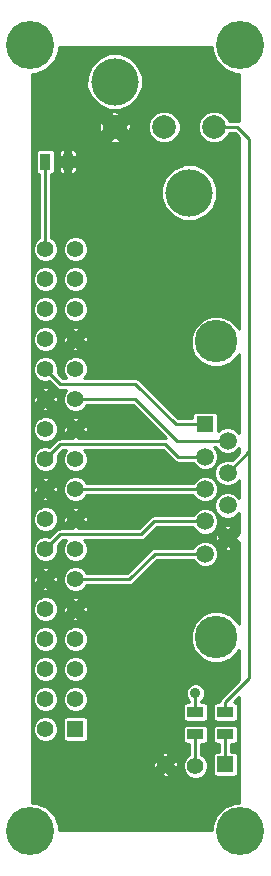
<source format=gtl>
G04 (created by PCBNEW (2013-06-11 BZR 4021)-stable) date Wed 16 Apr 2014 08:44:16 AM CDT*
%MOIN*%
G04 Gerber Fmt 3.4, Leading zero omitted, Abs format*
%FSLAX34Y34*%
G01*
G70*
G90*
G04 APERTURE LIST*
%ADD10C,0.00590551*%
%ADD11R,0.055X0.035*%
%ADD12R,0.035X0.055*%
%ADD13C,0.141732*%
%ADD14C,0.0590551*%
%ADD15R,0.0551181X0.0551181*%
%ADD16R,0.055X0.055*%
%ADD17C,0.055*%
%ADD18C,0.16*%
%ADD19C,0.0787402*%
%ADD20C,0.15748*%
%ADD21C,0.035*%
%ADD22C,0.01*%
G04 APERTURE END LIST*
G54D10*
G54D11*
X34800Y-40725D03*
X34800Y-41475D03*
X33800Y-40725D03*
X33800Y-41475D03*
G54D12*
X28795Y-22380D03*
X29545Y-22380D03*
G54D13*
X34496Y-38221D03*
X34496Y-28378D03*
G54D14*
X34122Y-33300D03*
X34122Y-32221D03*
G54D15*
X34122Y-31142D03*
G54D14*
X34122Y-35457D03*
X34122Y-34378D03*
X34870Y-34918D03*
X34870Y-33839D03*
X34870Y-32760D03*
X34870Y-31681D03*
G54D16*
X34800Y-42476D03*
G54D17*
X33800Y-42524D03*
X32800Y-42476D03*
G54D16*
X29800Y-41300D03*
G54D17*
X28800Y-41300D03*
X29800Y-40300D03*
X28800Y-40300D03*
X29800Y-39300D03*
X28800Y-39300D03*
X29800Y-38300D03*
X28800Y-38300D03*
X29800Y-37300D03*
X28800Y-37300D03*
X29800Y-36300D03*
X28800Y-36300D03*
X29800Y-35300D03*
X28800Y-35300D03*
X29800Y-34300D03*
X28800Y-34300D03*
X29800Y-33300D03*
X28800Y-33300D03*
X29800Y-32300D03*
X28800Y-32300D03*
X29800Y-31300D03*
X28800Y-31300D03*
X29800Y-30300D03*
X28800Y-30300D03*
X29800Y-29300D03*
X28800Y-29300D03*
X29800Y-28300D03*
X28800Y-28300D03*
X29800Y-27300D03*
X28800Y-27300D03*
X29800Y-26300D03*
X28800Y-26300D03*
X29800Y-25300D03*
X28800Y-25300D03*
G54D18*
X28300Y-44700D03*
X28300Y-18500D03*
X35300Y-44700D03*
X35300Y-18500D03*
G54D19*
X34413Y-21230D03*
X32760Y-21230D03*
X31106Y-21230D03*
G54D20*
X31106Y-19714D03*
X33586Y-23415D03*
G54D21*
X33800Y-40100D03*
G54D22*
X35600Y-23800D02*
X35600Y-21630D01*
X35600Y-32031D02*
X35600Y-23800D01*
X35200Y-21230D02*
X34413Y-21230D01*
X35600Y-21630D02*
X35200Y-21230D01*
X34870Y-32760D02*
X35600Y-32031D01*
X35600Y-32031D02*
X35600Y-32100D01*
X34800Y-40725D02*
X34800Y-40400D01*
X35600Y-39600D02*
X35600Y-32100D01*
X35600Y-32100D02*
X35600Y-32031D01*
X34800Y-40400D02*
X35600Y-39600D01*
X33800Y-40725D02*
X33800Y-40100D01*
X28795Y-22380D02*
X28795Y-25295D01*
X28795Y-25295D02*
X28800Y-25300D01*
X28785Y-25285D02*
X28800Y-25300D01*
X28800Y-29300D02*
X29300Y-29800D01*
X33142Y-31142D02*
X34122Y-31142D01*
X31800Y-29800D02*
X33142Y-31142D01*
X29300Y-29800D02*
X31800Y-29800D01*
X28800Y-32300D02*
X29300Y-31800D01*
X33221Y-32221D02*
X34122Y-32221D01*
X32800Y-31800D02*
X33221Y-32221D01*
X29300Y-31800D02*
X32800Y-31800D01*
X34122Y-33300D02*
X29800Y-33300D01*
X28800Y-35300D02*
X29300Y-34800D01*
X32421Y-34378D02*
X34122Y-34378D01*
X32000Y-34800D02*
X32421Y-34378D01*
X29300Y-34800D02*
X32000Y-34800D01*
X29800Y-36300D02*
X31600Y-36300D01*
X32442Y-35457D02*
X34122Y-35457D01*
X31600Y-36300D02*
X32442Y-35457D01*
X34870Y-31681D02*
X33181Y-31681D01*
X31800Y-30300D02*
X29800Y-30300D01*
X33181Y-31681D02*
X31800Y-30300D01*
X33800Y-41475D02*
X33800Y-42524D01*
X34800Y-42476D02*
X34800Y-41475D01*
G54D10*
G36*
X35250Y-43749D02*
X35225Y-43749D01*
X35225Y-42721D01*
X35225Y-42171D01*
X35202Y-42116D01*
X35160Y-42073D01*
X35104Y-42051D01*
X35045Y-42050D01*
X35000Y-42050D01*
X35000Y-41800D01*
X35104Y-41800D01*
X35159Y-41777D01*
X35202Y-41735D01*
X35224Y-41679D01*
X35225Y-41620D01*
X35225Y-41270D01*
X35202Y-41215D01*
X35160Y-41172D01*
X35104Y-41150D01*
X35045Y-41149D01*
X34495Y-41149D01*
X34440Y-41172D01*
X34397Y-41214D01*
X34375Y-41270D01*
X34374Y-41329D01*
X34374Y-41679D01*
X34397Y-41734D01*
X34439Y-41777D01*
X34495Y-41799D01*
X34554Y-41800D01*
X34600Y-41800D01*
X34600Y-42050D01*
X34495Y-42050D01*
X34440Y-42073D01*
X34397Y-42115D01*
X34375Y-42171D01*
X34374Y-42230D01*
X34374Y-42780D01*
X34397Y-42835D01*
X34439Y-42878D01*
X34495Y-42900D01*
X34554Y-42901D01*
X35104Y-42901D01*
X35159Y-42878D01*
X35202Y-42836D01*
X35224Y-42780D01*
X35225Y-42721D01*
X35225Y-43749D01*
X35111Y-43749D01*
X34762Y-43894D01*
X34495Y-44161D01*
X34350Y-44510D01*
X34350Y-44650D01*
X34225Y-44650D01*
X34225Y-42439D01*
X34160Y-42283D01*
X34041Y-42163D01*
X34000Y-42146D01*
X34000Y-41800D01*
X34104Y-41800D01*
X34159Y-41777D01*
X34202Y-41735D01*
X34224Y-41679D01*
X34225Y-41620D01*
X34225Y-41270D01*
X34225Y-40870D01*
X34225Y-40520D01*
X34202Y-40465D01*
X34160Y-40422D01*
X34104Y-40400D01*
X34045Y-40399D01*
X34000Y-40399D01*
X34000Y-40359D01*
X34075Y-40284D01*
X34124Y-40164D01*
X34125Y-40035D01*
X34075Y-39916D01*
X33984Y-39824D01*
X33864Y-39775D01*
X33735Y-39774D01*
X33616Y-39824D01*
X33524Y-39915D01*
X33475Y-40035D01*
X33474Y-40164D01*
X33524Y-40283D01*
X33600Y-40359D01*
X33600Y-40399D01*
X33495Y-40399D01*
X33440Y-40422D01*
X33397Y-40464D01*
X33375Y-40520D01*
X33374Y-40579D01*
X33374Y-40929D01*
X33397Y-40984D01*
X33439Y-41027D01*
X33495Y-41049D01*
X33554Y-41050D01*
X34104Y-41050D01*
X34159Y-41027D01*
X34202Y-40985D01*
X34224Y-40929D01*
X34225Y-40870D01*
X34225Y-41270D01*
X34202Y-41215D01*
X34160Y-41172D01*
X34104Y-41150D01*
X34045Y-41149D01*
X33495Y-41149D01*
X33440Y-41172D01*
X33397Y-41214D01*
X33375Y-41270D01*
X33374Y-41329D01*
X33374Y-41679D01*
X33397Y-41734D01*
X33439Y-41777D01*
X33495Y-41799D01*
X33554Y-41800D01*
X33600Y-41800D01*
X33600Y-42146D01*
X33559Y-42163D01*
X33439Y-42282D01*
X33375Y-42439D01*
X33374Y-42608D01*
X33439Y-42764D01*
X33558Y-42884D01*
X33715Y-42948D01*
X33884Y-42949D01*
X34040Y-42884D01*
X34160Y-42765D01*
X34224Y-42608D01*
X34225Y-42439D01*
X34225Y-44650D01*
X33210Y-44650D01*
X33210Y-42433D01*
X33195Y-42358D01*
X33148Y-42322D01*
X32994Y-42476D01*
X33148Y-42629D01*
X33195Y-42593D01*
X33210Y-42433D01*
X33210Y-44650D01*
X32953Y-44650D01*
X32953Y-42824D01*
X32953Y-42127D01*
X32917Y-42080D01*
X32757Y-42065D01*
X32682Y-42080D01*
X32646Y-42127D01*
X32800Y-42281D01*
X32953Y-42127D01*
X32953Y-42824D01*
X32800Y-42670D01*
X32646Y-42824D01*
X32682Y-42871D01*
X32842Y-42886D01*
X32917Y-42871D01*
X32953Y-42824D01*
X32953Y-44650D01*
X32605Y-44650D01*
X32605Y-42476D01*
X32451Y-42322D01*
X32404Y-42358D01*
X32389Y-42518D01*
X32404Y-42593D01*
X32451Y-42629D01*
X32605Y-42476D01*
X32605Y-44650D01*
X30225Y-44650D01*
X30225Y-40215D01*
X30225Y-39215D01*
X30225Y-38215D01*
X30210Y-38181D01*
X30210Y-37257D01*
X30195Y-37182D01*
X30148Y-37146D01*
X29994Y-37300D01*
X30148Y-37453D01*
X30195Y-37417D01*
X30210Y-37257D01*
X30210Y-38181D01*
X30160Y-38059D01*
X30041Y-37939D01*
X29953Y-37903D01*
X29953Y-37648D01*
X29953Y-36951D01*
X29917Y-36904D01*
X29757Y-36889D01*
X29682Y-36904D01*
X29646Y-36951D01*
X29800Y-37105D01*
X29953Y-36951D01*
X29953Y-37648D01*
X29800Y-37494D01*
X29646Y-37648D01*
X29682Y-37695D01*
X29842Y-37710D01*
X29917Y-37695D01*
X29953Y-37648D01*
X29953Y-37903D01*
X29884Y-37875D01*
X29715Y-37874D01*
X29605Y-37920D01*
X29605Y-37300D01*
X29451Y-37146D01*
X29404Y-37182D01*
X29389Y-37342D01*
X29404Y-37417D01*
X29451Y-37453D01*
X29605Y-37300D01*
X29605Y-37920D01*
X29559Y-37939D01*
X29439Y-38058D01*
X29375Y-38215D01*
X29374Y-38384D01*
X29439Y-38540D01*
X29558Y-38660D01*
X29715Y-38724D01*
X29884Y-38725D01*
X30040Y-38660D01*
X30160Y-38541D01*
X30224Y-38384D01*
X30225Y-38215D01*
X30225Y-39215D01*
X30160Y-39059D01*
X30041Y-38939D01*
X29884Y-38875D01*
X29715Y-38874D01*
X29559Y-38939D01*
X29439Y-39058D01*
X29375Y-39215D01*
X29374Y-39384D01*
X29439Y-39540D01*
X29558Y-39660D01*
X29715Y-39724D01*
X29884Y-39725D01*
X30040Y-39660D01*
X30160Y-39541D01*
X30224Y-39384D01*
X30225Y-39215D01*
X30225Y-40215D01*
X30160Y-40059D01*
X30041Y-39939D01*
X29884Y-39875D01*
X29715Y-39874D01*
X29559Y-39939D01*
X29439Y-40058D01*
X29375Y-40215D01*
X29374Y-40384D01*
X29439Y-40540D01*
X29558Y-40660D01*
X29715Y-40724D01*
X29884Y-40725D01*
X30040Y-40660D01*
X30160Y-40541D01*
X30224Y-40384D01*
X30225Y-40215D01*
X30225Y-44650D01*
X30225Y-44650D01*
X30225Y-41545D01*
X30225Y-40995D01*
X30202Y-40940D01*
X30160Y-40897D01*
X30104Y-40875D01*
X30045Y-40874D01*
X29495Y-40874D01*
X29440Y-40897D01*
X29397Y-40939D01*
X29375Y-40995D01*
X29374Y-41054D01*
X29374Y-41604D01*
X29397Y-41659D01*
X29439Y-41702D01*
X29495Y-41724D01*
X29554Y-41725D01*
X30104Y-41725D01*
X30159Y-41702D01*
X30202Y-41660D01*
X30224Y-41604D01*
X30225Y-41545D01*
X30225Y-44650D01*
X29250Y-44650D01*
X29250Y-44511D01*
X29225Y-44451D01*
X29225Y-41215D01*
X29225Y-40215D01*
X29225Y-39215D01*
X29225Y-38215D01*
X29225Y-37215D01*
X29210Y-37181D01*
X29210Y-36257D01*
X29195Y-36182D01*
X29148Y-36146D01*
X28994Y-36300D01*
X29148Y-36453D01*
X29195Y-36417D01*
X29210Y-36257D01*
X29210Y-37181D01*
X29160Y-37059D01*
X29041Y-36939D01*
X28953Y-36903D01*
X28953Y-36648D01*
X28953Y-35951D01*
X28917Y-35904D01*
X28757Y-35889D01*
X28682Y-35904D01*
X28646Y-35951D01*
X28800Y-36105D01*
X28953Y-35951D01*
X28953Y-36648D01*
X28800Y-36494D01*
X28646Y-36648D01*
X28682Y-36695D01*
X28842Y-36710D01*
X28917Y-36695D01*
X28953Y-36648D01*
X28953Y-36903D01*
X28884Y-36875D01*
X28715Y-36874D01*
X28605Y-36920D01*
X28605Y-36300D01*
X28451Y-36146D01*
X28404Y-36182D01*
X28389Y-36342D01*
X28404Y-36417D01*
X28451Y-36453D01*
X28605Y-36300D01*
X28605Y-36920D01*
X28559Y-36939D01*
X28439Y-37058D01*
X28375Y-37215D01*
X28374Y-37384D01*
X28439Y-37540D01*
X28558Y-37660D01*
X28715Y-37724D01*
X28884Y-37725D01*
X29040Y-37660D01*
X29160Y-37541D01*
X29224Y-37384D01*
X29225Y-37215D01*
X29225Y-38215D01*
X29160Y-38059D01*
X29041Y-37939D01*
X28884Y-37875D01*
X28715Y-37874D01*
X28559Y-37939D01*
X28439Y-38058D01*
X28375Y-38215D01*
X28374Y-38384D01*
X28439Y-38540D01*
X28558Y-38660D01*
X28715Y-38724D01*
X28884Y-38725D01*
X29040Y-38660D01*
X29160Y-38541D01*
X29224Y-38384D01*
X29225Y-38215D01*
X29225Y-39215D01*
X29160Y-39059D01*
X29041Y-38939D01*
X28884Y-38875D01*
X28715Y-38874D01*
X28559Y-38939D01*
X28439Y-39058D01*
X28375Y-39215D01*
X28374Y-39384D01*
X28439Y-39540D01*
X28558Y-39660D01*
X28715Y-39724D01*
X28884Y-39725D01*
X29040Y-39660D01*
X29160Y-39541D01*
X29224Y-39384D01*
X29225Y-39215D01*
X29225Y-40215D01*
X29160Y-40059D01*
X29041Y-39939D01*
X28884Y-39875D01*
X28715Y-39874D01*
X28559Y-39939D01*
X28439Y-40058D01*
X28375Y-40215D01*
X28374Y-40384D01*
X28439Y-40540D01*
X28558Y-40660D01*
X28715Y-40724D01*
X28884Y-40725D01*
X29040Y-40660D01*
X29160Y-40541D01*
X29224Y-40384D01*
X29225Y-40215D01*
X29225Y-41215D01*
X29160Y-41059D01*
X29041Y-40939D01*
X28884Y-40875D01*
X28715Y-40874D01*
X28559Y-40939D01*
X28439Y-41058D01*
X28375Y-41215D01*
X28374Y-41384D01*
X28439Y-41540D01*
X28558Y-41660D01*
X28715Y-41724D01*
X28884Y-41725D01*
X29040Y-41660D01*
X29160Y-41541D01*
X29224Y-41384D01*
X29225Y-41215D01*
X29225Y-44451D01*
X29105Y-44162D01*
X28838Y-43895D01*
X28489Y-43750D01*
X28350Y-43750D01*
X28350Y-19450D01*
X28488Y-19450D01*
X28837Y-19305D01*
X29104Y-19038D01*
X29249Y-18689D01*
X29249Y-18550D01*
X34349Y-18550D01*
X34349Y-18688D01*
X34494Y-19037D01*
X34761Y-19304D01*
X35110Y-19449D01*
X35250Y-19449D01*
X35250Y-21039D01*
X35200Y-21030D01*
X34919Y-21030D01*
X34874Y-20922D01*
X34721Y-20769D01*
X34522Y-20686D01*
X34305Y-20686D01*
X34105Y-20768D01*
X33952Y-20921D01*
X33869Y-21121D01*
X33869Y-21337D01*
X33952Y-21537D01*
X34105Y-21690D01*
X34304Y-21773D01*
X34521Y-21773D01*
X34721Y-21691D01*
X34874Y-21538D01*
X34919Y-21430D01*
X35117Y-21430D01*
X35250Y-21562D01*
X35250Y-27952D01*
X35225Y-27892D01*
X34983Y-27651D01*
X34668Y-27520D01*
X34524Y-27520D01*
X34524Y-23229D01*
X34381Y-22884D01*
X34118Y-22620D01*
X33774Y-22477D01*
X33401Y-22477D01*
X33303Y-22517D01*
X33303Y-21122D01*
X33221Y-20922D01*
X33068Y-20769D01*
X32868Y-20686D01*
X32652Y-20686D01*
X32452Y-20768D01*
X32299Y-20921D01*
X32216Y-21121D01*
X32216Y-21337D01*
X32298Y-21537D01*
X32451Y-21690D01*
X32651Y-21773D01*
X32867Y-21773D01*
X33067Y-21691D01*
X33220Y-21538D01*
X33303Y-21338D01*
X33303Y-21122D01*
X33303Y-22517D01*
X33056Y-22619D01*
X32792Y-22883D01*
X32649Y-23227D01*
X32649Y-23600D01*
X32791Y-23945D01*
X33055Y-24209D01*
X33399Y-24352D01*
X33772Y-24352D01*
X34117Y-24210D01*
X34380Y-23946D01*
X34524Y-23602D01*
X34524Y-23229D01*
X34524Y-27520D01*
X34326Y-27519D01*
X34011Y-27650D01*
X33769Y-27891D01*
X33638Y-28207D01*
X33638Y-28548D01*
X33768Y-28864D01*
X34009Y-29106D01*
X34325Y-29237D01*
X34666Y-29237D01*
X34982Y-29107D01*
X35224Y-28865D01*
X35250Y-28804D01*
X35250Y-31433D01*
X35248Y-31429D01*
X35123Y-31304D01*
X34959Y-31236D01*
X34782Y-31236D01*
X34618Y-31304D01*
X34548Y-31374D01*
X34548Y-30837D01*
X34525Y-30782D01*
X34483Y-30739D01*
X34428Y-30716D01*
X34368Y-30716D01*
X33817Y-30716D01*
X33762Y-30739D01*
X33720Y-30781D01*
X33697Y-30836D01*
X33697Y-30896D01*
X33697Y-30942D01*
X33225Y-30942D01*
X32044Y-29761D01*
X32044Y-19528D01*
X31901Y-19183D01*
X31638Y-18920D01*
X31293Y-18777D01*
X30920Y-18776D01*
X30576Y-18919D01*
X30312Y-19182D01*
X30169Y-19526D01*
X30168Y-19899D01*
X30311Y-20244D01*
X30574Y-20508D01*
X30919Y-20651D01*
X31292Y-20651D01*
X31636Y-20509D01*
X31900Y-20245D01*
X32043Y-19901D01*
X32044Y-19528D01*
X32044Y-29761D01*
X31941Y-29658D01*
X31876Y-29615D01*
X31800Y-29600D01*
X31635Y-29600D01*
X31635Y-21154D01*
X31623Y-21097D01*
X31571Y-21043D01*
X31384Y-21230D01*
X31571Y-21416D01*
X31623Y-21362D01*
X31635Y-21154D01*
X31635Y-29600D01*
X31293Y-29600D01*
X31293Y-21695D01*
X31293Y-20764D01*
X31238Y-20712D01*
X31030Y-20701D01*
X30973Y-20712D01*
X30919Y-20764D01*
X31106Y-20951D01*
X31293Y-20764D01*
X31293Y-21695D01*
X31106Y-21508D01*
X30919Y-21695D01*
X30973Y-21747D01*
X31181Y-21758D01*
X31238Y-21747D01*
X31293Y-21695D01*
X31293Y-29600D01*
X30828Y-29600D01*
X30828Y-21230D01*
X30641Y-21043D01*
X30589Y-21097D01*
X30577Y-21305D01*
X30589Y-21362D01*
X30641Y-21416D01*
X30828Y-21230D01*
X30828Y-29600D01*
X30101Y-29600D01*
X30160Y-29541D01*
X30224Y-29384D01*
X30225Y-29215D01*
X30225Y-27215D01*
X30225Y-26215D01*
X30225Y-25215D01*
X30160Y-25059D01*
X30041Y-24939D01*
X29884Y-24875D01*
X29850Y-24875D01*
X29850Y-22629D01*
X29850Y-22130D01*
X29849Y-22079D01*
X29830Y-22031D01*
X29793Y-21994D01*
X29745Y-21974D01*
X29665Y-21975D01*
X29632Y-22007D01*
X29632Y-22242D01*
X29817Y-22242D01*
X29850Y-22210D01*
X29850Y-22130D01*
X29850Y-22629D01*
X29850Y-22550D01*
X29817Y-22517D01*
X29632Y-22517D01*
X29632Y-22752D01*
X29665Y-22785D01*
X29745Y-22785D01*
X29793Y-22765D01*
X29830Y-22728D01*
X29849Y-22680D01*
X29850Y-22629D01*
X29850Y-24875D01*
X29715Y-24874D01*
X29559Y-24939D01*
X29457Y-25041D01*
X29457Y-22752D01*
X29457Y-22517D01*
X29457Y-22242D01*
X29457Y-22007D01*
X29425Y-21975D01*
X29344Y-21974D01*
X29296Y-21994D01*
X29259Y-22031D01*
X29240Y-22079D01*
X29239Y-22130D01*
X29240Y-22210D01*
X29272Y-22242D01*
X29457Y-22242D01*
X29457Y-22517D01*
X29272Y-22517D01*
X29240Y-22550D01*
X29239Y-22629D01*
X29240Y-22680D01*
X29259Y-22728D01*
X29296Y-22765D01*
X29344Y-22785D01*
X29425Y-22785D01*
X29457Y-22752D01*
X29457Y-25041D01*
X29439Y-25058D01*
X29375Y-25215D01*
X29374Y-25384D01*
X29439Y-25540D01*
X29558Y-25660D01*
X29715Y-25724D01*
X29884Y-25725D01*
X30040Y-25660D01*
X30160Y-25541D01*
X30224Y-25384D01*
X30225Y-25215D01*
X30225Y-26215D01*
X30160Y-26059D01*
X30041Y-25939D01*
X29884Y-25875D01*
X29715Y-25874D01*
X29559Y-25939D01*
X29439Y-26058D01*
X29375Y-26215D01*
X29374Y-26384D01*
X29439Y-26540D01*
X29558Y-26660D01*
X29715Y-26724D01*
X29884Y-26725D01*
X30040Y-26660D01*
X30160Y-26541D01*
X30224Y-26384D01*
X30225Y-26215D01*
X30225Y-27215D01*
X30160Y-27059D01*
X30041Y-26939D01*
X29884Y-26875D01*
X29715Y-26874D01*
X29559Y-26939D01*
X29439Y-27058D01*
X29375Y-27215D01*
X29374Y-27384D01*
X29439Y-27540D01*
X29558Y-27660D01*
X29715Y-27724D01*
X29884Y-27725D01*
X30040Y-27660D01*
X30160Y-27541D01*
X30224Y-27384D01*
X30225Y-27215D01*
X30225Y-29215D01*
X30210Y-29181D01*
X30210Y-28257D01*
X30195Y-28182D01*
X30148Y-28146D01*
X29994Y-28300D01*
X30148Y-28453D01*
X30195Y-28417D01*
X30210Y-28257D01*
X30210Y-29181D01*
X30160Y-29059D01*
X30041Y-28939D01*
X29953Y-28903D01*
X29953Y-28648D01*
X29953Y-27951D01*
X29917Y-27904D01*
X29757Y-27889D01*
X29682Y-27904D01*
X29646Y-27951D01*
X29800Y-28105D01*
X29953Y-27951D01*
X29953Y-28648D01*
X29800Y-28494D01*
X29646Y-28648D01*
X29682Y-28695D01*
X29842Y-28710D01*
X29917Y-28695D01*
X29953Y-28648D01*
X29953Y-28903D01*
X29884Y-28875D01*
X29715Y-28874D01*
X29605Y-28920D01*
X29605Y-28300D01*
X29451Y-28146D01*
X29404Y-28182D01*
X29389Y-28342D01*
X29404Y-28417D01*
X29451Y-28453D01*
X29605Y-28300D01*
X29605Y-28920D01*
X29559Y-28939D01*
X29439Y-29058D01*
X29375Y-29215D01*
X29374Y-29384D01*
X29439Y-29540D01*
X29498Y-29600D01*
X29382Y-29600D01*
X29208Y-29425D01*
X29224Y-29384D01*
X29225Y-29215D01*
X29225Y-28215D01*
X29225Y-27215D01*
X29225Y-26215D01*
X29225Y-25215D01*
X29160Y-25059D01*
X29041Y-24939D01*
X28995Y-24920D01*
X28995Y-22805D01*
X28999Y-22805D01*
X29054Y-22782D01*
X29097Y-22740D01*
X29119Y-22684D01*
X29120Y-22625D01*
X29120Y-22075D01*
X29097Y-22020D01*
X29055Y-21977D01*
X28999Y-21955D01*
X28940Y-21954D01*
X28590Y-21954D01*
X28535Y-21977D01*
X28492Y-22019D01*
X28470Y-22075D01*
X28469Y-22134D01*
X28469Y-22684D01*
X28492Y-22739D01*
X28534Y-22782D01*
X28590Y-22804D01*
X28595Y-22804D01*
X28595Y-24924D01*
X28559Y-24939D01*
X28439Y-25058D01*
X28375Y-25215D01*
X28374Y-25384D01*
X28439Y-25540D01*
X28558Y-25660D01*
X28715Y-25724D01*
X28884Y-25725D01*
X29040Y-25660D01*
X29160Y-25541D01*
X29224Y-25384D01*
X29225Y-25215D01*
X29225Y-26215D01*
X29160Y-26059D01*
X29041Y-25939D01*
X28884Y-25875D01*
X28715Y-25874D01*
X28559Y-25939D01*
X28439Y-26058D01*
X28375Y-26215D01*
X28374Y-26384D01*
X28439Y-26540D01*
X28558Y-26660D01*
X28715Y-26724D01*
X28884Y-26725D01*
X29040Y-26660D01*
X29160Y-26541D01*
X29224Y-26384D01*
X29225Y-26215D01*
X29225Y-27215D01*
X29160Y-27059D01*
X29041Y-26939D01*
X28884Y-26875D01*
X28715Y-26874D01*
X28559Y-26939D01*
X28439Y-27058D01*
X28375Y-27215D01*
X28374Y-27384D01*
X28439Y-27540D01*
X28558Y-27660D01*
X28715Y-27724D01*
X28884Y-27725D01*
X29040Y-27660D01*
X29160Y-27541D01*
X29224Y-27384D01*
X29225Y-27215D01*
X29225Y-28215D01*
X29160Y-28059D01*
X29041Y-27939D01*
X28884Y-27875D01*
X28715Y-27874D01*
X28559Y-27939D01*
X28439Y-28058D01*
X28375Y-28215D01*
X28374Y-28384D01*
X28439Y-28540D01*
X28558Y-28660D01*
X28715Y-28724D01*
X28884Y-28725D01*
X29040Y-28660D01*
X29160Y-28541D01*
X29224Y-28384D01*
X29225Y-28215D01*
X29225Y-29215D01*
X29160Y-29059D01*
X29041Y-28939D01*
X28884Y-28875D01*
X28715Y-28874D01*
X28559Y-28939D01*
X28439Y-29058D01*
X28375Y-29215D01*
X28374Y-29384D01*
X28439Y-29540D01*
X28558Y-29660D01*
X28715Y-29724D01*
X28884Y-29725D01*
X28925Y-29708D01*
X29158Y-29941D01*
X29223Y-29984D01*
X29223Y-29984D01*
X29236Y-29987D01*
X29300Y-30000D01*
X29498Y-30000D01*
X29439Y-30058D01*
X29375Y-30215D01*
X29374Y-30384D01*
X29439Y-30540D01*
X29558Y-30660D01*
X29715Y-30724D01*
X29884Y-30725D01*
X30040Y-30660D01*
X30160Y-30541D01*
X30177Y-30500D01*
X31717Y-30500D01*
X32821Y-31604D01*
X32800Y-31600D01*
X30210Y-31600D01*
X30210Y-31257D01*
X30195Y-31182D01*
X30148Y-31146D01*
X29994Y-31300D01*
X30148Y-31453D01*
X30195Y-31417D01*
X30210Y-31257D01*
X30210Y-31600D01*
X29953Y-31600D01*
X29953Y-30951D01*
X29917Y-30904D01*
X29757Y-30889D01*
X29682Y-30904D01*
X29646Y-30951D01*
X29800Y-31105D01*
X29953Y-30951D01*
X29953Y-31600D01*
X29905Y-31600D01*
X29800Y-31494D01*
X29694Y-31600D01*
X29605Y-31600D01*
X29605Y-31300D01*
X29451Y-31146D01*
X29404Y-31182D01*
X29389Y-31342D01*
X29404Y-31417D01*
X29451Y-31453D01*
X29605Y-31300D01*
X29605Y-31600D01*
X29300Y-31600D01*
X29236Y-31612D01*
X29225Y-31614D01*
X29225Y-31215D01*
X29210Y-31181D01*
X29210Y-30257D01*
X29195Y-30182D01*
X29148Y-30146D01*
X28994Y-30300D01*
X29148Y-30453D01*
X29195Y-30417D01*
X29210Y-30257D01*
X29210Y-31181D01*
X29160Y-31059D01*
X29041Y-30939D01*
X28953Y-30903D01*
X28953Y-30648D01*
X28953Y-29951D01*
X28917Y-29904D01*
X28757Y-29889D01*
X28682Y-29904D01*
X28646Y-29951D01*
X28800Y-30105D01*
X28953Y-29951D01*
X28953Y-30648D01*
X28800Y-30494D01*
X28646Y-30648D01*
X28682Y-30695D01*
X28842Y-30710D01*
X28917Y-30695D01*
X28953Y-30648D01*
X28953Y-30903D01*
X28884Y-30875D01*
X28715Y-30874D01*
X28605Y-30920D01*
X28605Y-30300D01*
X28451Y-30146D01*
X28404Y-30182D01*
X28389Y-30342D01*
X28404Y-30417D01*
X28451Y-30453D01*
X28605Y-30300D01*
X28605Y-30920D01*
X28559Y-30939D01*
X28439Y-31058D01*
X28375Y-31215D01*
X28374Y-31384D01*
X28439Y-31540D01*
X28558Y-31660D01*
X28715Y-31724D01*
X28884Y-31725D01*
X29040Y-31660D01*
X29160Y-31541D01*
X29224Y-31384D01*
X29225Y-31215D01*
X29225Y-31614D01*
X29223Y-31615D01*
X29158Y-31658D01*
X28925Y-31891D01*
X28884Y-31875D01*
X28715Y-31874D01*
X28559Y-31939D01*
X28439Y-32058D01*
X28375Y-32215D01*
X28374Y-32384D01*
X28439Y-32540D01*
X28558Y-32660D01*
X28715Y-32724D01*
X28884Y-32725D01*
X29040Y-32660D01*
X29160Y-32541D01*
X29224Y-32384D01*
X29225Y-32215D01*
X29208Y-32174D01*
X29382Y-32000D01*
X29498Y-32000D01*
X29439Y-32058D01*
X29375Y-32215D01*
X29374Y-32384D01*
X29439Y-32540D01*
X29558Y-32660D01*
X29715Y-32724D01*
X29884Y-32725D01*
X30040Y-32660D01*
X30160Y-32541D01*
X30224Y-32384D01*
X30225Y-32215D01*
X30160Y-32059D01*
X30101Y-32000D01*
X32717Y-32000D01*
X33079Y-32362D01*
X33079Y-32362D01*
X33123Y-32391D01*
X33144Y-32406D01*
X33144Y-32406D01*
X33221Y-32421D01*
X33723Y-32421D01*
X33745Y-32473D01*
X33870Y-32598D01*
X34033Y-32666D01*
X34211Y-32666D01*
X34374Y-32598D01*
X34500Y-32473D01*
X34568Y-32310D01*
X34568Y-32133D01*
X34500Y-31969D01*
X34413Y-31881D01*
X34471Y-31881D01*
X34493Y-31933D01*
X34618Y-32059D01*
X34781Y-32127D01*
X34959Y-32127D01*
X35122Y-32059D01*
X35248Y-31934D01*
X35250Y-31929D01*
X35250Y-32098D01*
X35011Y-32336D01*
X34959Y-32315D01*
X34782Y-32315D01*
X34618Y-32382D01*
X34493Y-32508D01*
X34425Y-32671D01*
X34425Y-32848D01*
X34493Y-33012D01*
X34618Y-33137D01*
X34781Y-33205D01*
X34959Y-33205D01*
X35122Y-33138D01*
X35248Y-33013D01*
X35250Y-33008D01*
X35250Y-33590D01*
X35248Y-33587D01*
X35123Y-33462D01*
X34959Y-33394D01*
X34782Y-33394D01*
X34618Y-33461D01*
X34568Y-33512D01*
X34568Y-33211D01*
X34500Y-33048D01*
X34375Y-32922D01*
X34211Y-32854D01*
X34034Y-32854D01*
X33870Y-32922D01*
X33745Y-33047D01*
X33723Y-33100D01*
X30177Y-33100D01*
X30160Y-33059D01*
X30041Y-32939D01*
X29884Y-32875D01*
X29715Y-32874D01*
X29559Y-32939D01*
X29439Y-33058D01*
X29375Y-33215D01*
X29374Y-33384D01*
X29439Y-33540D01*
X29558Y-33660D01*
X29715Y-33724D01*
X29884Y-33725D01*
X30040Y-33660D01*
X30160Y-33541D01*
X30177Y-33500D01*
X33723Y-33500D01*
X33745Y-33551D01*
X33870Y-33677D01*
X34033Y-33745D01*
X34211Y-33745D01*
X34374Y-33677D01*
X34500Y-33552D01*
X34568Y-33388D01*
X34568Y-33211D01*
X34568Y-33512D01*
X34493Y-33586D01*
X34425Y-33750D01*
X34425Y-33927D01*
X34493Y-34091D01*
X34618Y-34216D01*
X34781Y-34284D01*
X34959Y-34284D01*
X35122Y-34217D01*
X35248Y-34091D01*
X35250Y-34087D01*
X35250Y-34767D01*
X35238Y-34758D01*
X35079Y-34918D01*
X35238Y-35077D01*
X35250Y-35068D01*
X35250Y-37795D01*
X35225Y-37735D01*
X35030Y-37540D01*
X35030Y-35286D01*
X35030Y-34550D01*
X34991Y-34501D01*
X34822Y-34487D01*
X34750Y-34501D01*
X34711Y-34550D01*
X34870Y-34709D01*
X35030Y-34550D01*
X35030Y-35286D01*
X34870Y-35126D01*
X34711Y-35286D01*
X34750Y-35334D01*
X34919Y-35349D01*
X34991Y-35334D01*
X35030Y-35286D01*
X35030Y-37540D01*
X34983Y-37493D01*
X34668Y-37362D01*
X34662Y-37362D01*
X34662Y-34918D01*
X34568Y-34824D01*
X34568Y-34290D01*
X34500Y-34126D01*
X34375Y-34001D01*
X34211Y-33933D01*
X34034Y-33933D01*
X33870Y-34001D01*
X33745Y-34126D01*
X33723Y-34178D01*
X32421Y-34178D01*
X32344Y-34193D01*
X32323Y-34208D01*
X32279Y-34237D01*
X31917Y-34600D01*
X30210Y-34600D01*
X30210Y-34257D01*
X30195Y-34182D01*
X30148Y-34146D01*
X29994Y-34300D01*
X30148Y-34453D01*
X30195Y-34417D01*
X30210Y-34257D01*
X30210Y-34600D01*
X29953Y-34600D01*
X29953Y-33951D01*
X29917Y-33904D01*
X29757Y-33889D01*
X29682Y-33904D01*
X29646Y-33951D01*
X29800Y-34105D01*
X29953Y-33951D01*
X29953Y-34600D01*
X29905Y-34600D01*
X29800Y-34494D01*
X29694Y-34600D01*
X29605Y-34600D01*
X29605Y-34300D01*
X29451Y-34146D01*
X29404Y-34182D01*
X29389Y-34342D01*
X29404Y-34417D01*
X29451Y-34453D01*
X29605Y-34300D01*
X29605Y-34600D01*
X29300Y-34600D01*
X29236Y-34612D01*
X29225Y-34614D01*
X29225Y-34215D01*
X29210Y-34181D01*
X29210Y-33257D01*
X29195Y-33182D01*
X29148Y-33146D01*
X28994Y-33300D01*
X29148Y-33453D01*
X29195Y-33417D01*
X29210Y-33257D01*
X29210Y-34181D01*
X29160Y-34059D01*
X29041Y-33939D01*
X28953Y-33903D01*
X28953Y-33648D01*
X28953Y-32951D01*
X28917Y-32904D01*
X28757Y-32889D01*
X28682Y-32904D01*
X28646Y-32951D01*
X28800Y-33105D01*
X28953Y-32951D01*
X28953Y-33648D01*
X28800Y-33494D01*
X28646Y-33648D01*
X28682Y-33695D01*
X28842Y-33710D01*
X28917Y-33695D01*
X28953Y-33648D01*
X28953Y-33903D01*
X28884Y-33875D01*
X28715Y-33874D01*
X28605Y-33920D01*
X28605Y-33300D01*
X28451Y-33146D01*
X28404Y-33182D01*
X28389Y-33342D01*
X28404Y-33417D01*
X28451Y-33453D01*
X28605Y-33300D01*
X28605Y-33920D01*
X28559Y-33939D01*
X28439Y-34058D01*
X28375Y-34215D01*
X28374Y-34384D01*
X28439Y-34540D01*
X28558Y-34660D01*
X28715Y-34724D01*
X28884Y-34725D01*
X29040Y-34660D01*
X29160Y-34541D01*
X29224Y-34384D01*
X29225Y-34215D01*
X29225Y-34614D01*
X29223Y-34615D01*
X29158Y-34658D01*
X28925Y-34891D01*
X28884Y-34875D01*
X28715Y-34874D01*
X28559Y-34939D01*
X28439Y-35058D01*
X28375Y-35215D01*
X28374Y-35384D01*
X28439Y-35540D01*
X28558Y-35660D01*
X28715Y-35724D01*
X28884Y-35725D01*
X29040Y-35660D01*
X29160Y-35541D01*
X29224Y-35384D01*
X29225Y-35215D01*
X29208Y-35174D01*
X29382Y-35000D01*
X29498Y-35000D01*
X29439Y-35058D01*
X29375Y-35215D01*
X29374Y-35384D01*
X29439Y-35540D01*
X29558Y-35660D01*
X29715Y-35724D01*
X29884Y-35725D01*
X30040Y-35660D01*
X30160Y-35541D01*
X30224Y-35384D01*
X30225Y-35215D01*
X30160Y-35059D01*
X30101Y-35000D01*
X32000Y-35000D01*
X32076Y-34984D01*
X32141Y-34941D01*
X32504Y-34578D01*
X33723Y-34578D01*
X33745Y-34630D01*
X33870Y-34756D01*
X34033Y-34823D01*
X34211Y-34824D01*
X34374Y-34756D01*
X34500Y-34631D01*
X34568Y-34467D01*
X34568Y-34290D01*
X34568Y-34824D01*
X34502Y-34758D01*
X34454Y-34797D01*
X34439Y-34966D01*
X34454Y-35038D01*
X34502Y-35077D01*
X34662Y-34918D01*
X34662Y-37362D01*
X34568Y-37362D01*
X34568Y-35369D01*
X34500Y-35205D01*
X34375Y-35080D01*
X34211Y-35012D01*
X34034Y-35012D01*
X33870Y-35079D01*
X33745Y-35204D01*
X33723Y-35257D01*
X32442Y-35257D01*
X32365Y-35272D01*
X32301Y-35316D01*
X31517Y-36100D01*
X30177Y-36100D01*
X30160Y-36059D01*
X30041Y-35939D01*
X29884Y-35875D01*
X29715Y-35874D01*
X29559Y-35939D01*
X29439Y-36058D01*
X29375Y-36215D01*
X29374Y-36384D01*
X29439Y-36540D01*
X29558Y-36660D01*
X29715Y-36724D01*
X29884Y-36725D01*
X30040Y-36660D01*
X30160Y-36541D01*
X30177Y-36500D01*
X31600Y-36500D01*
X31676Y-36484D01*
X31741Y-36441D01*
X32525Y-35657D01*
X33723Y-35657D01*
X33745Y-35709D01*
X33870Y-35834D01*
X34033Y-35902D01*
X34211Y-35902D01*
X34374Y-35835D01*
X34500Y-35710D01*
X34568Y-35546D01*
X34568Y-35369D01*
X34568Y-37362D01*
X34326Y-37362D01*
X34011Y-37492D01*
X33769Y-37734D01*
X33638Y-38049D01*
X33638Y-38391D01*
X33768Y-38707D01*
X34009Y-38948D01*
X34325Y-39079D01*
X34666Y-39080D01*
X34982Y-38949D01*
X35224Y-38708D01*
X35250Y-38646D01*
X35250Y-39667D01*
X34658Y-40258D01*
X34615Y-40323D01*
X34600Y-40399D01*
X34495Y-40399D01*
X34440Y-40422D01*
X34397Y-40464D01*
X34375Y-40520D01*
X34374Y-40579D01*
X34374Y-40929D01*
X34397Y-40984D01*
X34439Y-41027D01*
X34495Y-41049D01*
X34554Y-41050D01*
X35104Y-41050D01*
X35159Y-41027D01*
X35202Y-40985D01*
X35224Y-40929D01*
X35225Y-40870D01*
X35225Y-40520D01*
X35202Y-40465D01*
X35160Y-40422D01*
X35104Y-40400D01*
X35082Y-40400D01*
X35250Y-40232D01*
X35250Y-43749D01*
X35250Y-43749D01*
G37*
G54D22*
X35250Y-43749D02*
X35225Y-43749D01*
X35225Y-42721D01*
X35225Y-42171D01*
X35202Y-42116D01*
X35160Y-42073D01*
X35104Y-42051D01*
X35045Y-42050D01*
X35000Y-42050D01*
X35000Y-41800D01*
X35104Y-41800D01*
X35159Y-41777D01*
X35202Y-41735D01*
X35224Y-41679D01*
X35225Y-41620D01*
X35225Y-41270D01*
X35202Y-41215D01*
X35160Y-41172D01*
X35104Y-41150D01*
X35045Y-41149D01*
X34495Y-41149D01*
X34440Y-41172D01*
X34397Y-41214D01*
X34375Y-41270D01*
X34374Y-41329D01*
X34374Y-41679D01*
X34397Y-41734D01*
X34439Y-41777D01*
X34495Y-41799D01*
X34554Y-41800D01*
X34600Y-41800D01*
X34600Y-42050D01*
X34495Y-42050D01*
X34440Y-42073D01*
X34397Y-42115D01*
X34375Y-42171D01*
X34374Y-42230D01*
X34374Y-42780D01*
X34397Y-42835D01*
X34439Y-42878D01*
X34495Y-42900D01*
X34554Y-42901D01*
X35104Y-42901D01*
X35159Y-42878D01*
X35202Y-42836D01*
X35224Y-42780D01*
X35225Y-42721D01*
X35225Y-43749D01*
X35111Y-43749D01*
X34762Y-43894D01*
X34495Y-44161D01*
X34350Y-44510D01*
X34350Y-44650D01*
X34225Y-44650D01*
X34225Y-42439D01*
X34160Y-42283D01*
X34041Y-42163D01*
X34000Y-42146D01*
X34000Y-41800D01*
X34104Y-41800D01*
X34159Y-41777D01*
X34202Y-41735D01*
X34224Y-41679D01*
X34225Y-41620D01*
X34225Y-41270D01*
X34225Y-40870D01*
X34225Y-40520D01*
X34202Y-40465D01*
X34160Y-40422D01*
X34104Y-40400D01*
X34045Y-40399D01*
X34000Y-40399D01*
X34000Y-40359D01*
X34075Y-40284D01*
X34124Y-40164D01*
X34125Y-40035D01*
X34075Y-39916D01*
X33984Y-39824D01*
X33864Y-39775D01*
X33735Y-39774D01*
X33616Y-39824D01*
X33524Y-39915D01*
X33475Y-40035D01*
X33474Y-40164D01*
X33524Y-40283D01*
X33600Y-40359D01*
X33600Y-40399D01*
X33495Y-40399D01*
X33440Y-40422D01*
X33397Y-40464D01*
X33375Y-40520D01*
X33374Y-40579D01*
X33374Y-40929D01*
X33397Y-40984D01*
X33439Y-41027D01*
X33495Y-41049D01*
X33554Y-41050D01*
X34104Y-41050D01*
X34159Y-41027D01*
X34202Y-40985D01*
X34224Y-40929D01*
X34225Y-40870D01*
X34225Y-41270D01*
X34202Y-41215D01*
X34160Y-41172D01*
X34104Y-41150D01*
X34045Y-41149D01*
X33495Y-41149D01*
X33440Y-41172D01*
X33397Y-41214D01*
X33375Y-41270D01*
X33374Y-41329D01*
X33374Y-41679D01*
X33397Y-41734D01*
X33439Y-41777D01*
X33495Y-41799D01*
X33554Y-41800D01*
X33600Y-41800D01*
X33600Y-42146D01*
X33559Y-42163D01*
X33439Y-42282D01*
X33375Y-42439D01*
X33374Y-42608D01*
X33439Y-42764D01*
X33558Y-42884D01*
X33715Y-42948D01*
X33884Y-42949D01*
X34040Y-42884D01*
X34160Y-42765D01*
X34224Y-42608D01*
X34225Y-42439D01*
X34225Y-44650D01*
X33210Y-44650D01*
X33210Y-42433D01*
X33195Y-42358D01*
X33148Y-42322D01*
X32994Y-42476D01*
X33148Y-42629D01*
X33195Y-42593D01*
X33210Y-42433D01*
X33210Y-44650D01*
X32953Y-44650D01*
X32953Y-42824D01*
X32953Y-42127D01*
X32917Y-42080D01*
X32757Y-42065D01*
X32682Y-42080D01*
X32646Y-42127D01*
X32800Y-42281D01*
X32953Y-42127D01*
X32953Y-42824D01*
X32800Y-42670D01*
X32646Y-42824D01*
X32682Y-42871D01*
X32842Y-42886D01*
X32917Y-42871D01*
X32953Y-42824D01*
X32953Y-44650D01*
X32605Y-44650D01*
X32605Y-42476D01*
X32451Y-42322D01*
X32404Y-42358D01*
X32389Y-42518D01*
X32404Y-42593D01*
X32451Y-42629D01*
X32605Y-42476D01*
X32605Y-44650D01*
X30225Y-44650D01*
X30225Y-40215D01*
X30225Y-39215D01*
X30225Y-38215D01*
X30210Y-38181D01*
X30210Y-37257D01*
X30195Y-37182D01*
X30148Y-37146D01*
X29994Y-37300D01*
X30148Y-37453D01*
X30195Y-37417D01*
X30210Y-37257D01*
X30210Y-38181D01*
X30160Y-38059D01*
X30041Y-37939D01*
X29953Y-37903D01*
X29953Y-37648D01*
X29953Y-36951D01*
X29917Y-36904D01*
X29757Y-36889D01*
X29682Y-36904D01*
X29646Y-36951D01*
X29800Y-37105D01*
X29953Y-36951D01*
X29953Y-37648D01*
X29800Y-37494D01*
X29646Y-37648D01*
X29682Y-37695D01*
X29842Y-37710D01*
X29917Y-37695D01*
X29953Y-37648D01*
X29953Y-37903D01*
X29884Y-37875D01*
X29715Y-37874D01*
X29605Y-37920D01*
X29605Y-37300D01*
X29451Y-37146D01*
X29404Y-37182D01*
X29389Y-37342D01*
X29404Y-37417D01*
X29451Y-37453D01*
X29605Y-37300D01*
X29605Y-37920D01*
X29559Y-37939D01*
X29439Y-38058D01*
X29375Y-38215D01*
X29374Y-38384D01*
X29439Y-38540D01*
X29558Y-38660D01*
X29715Y-38724D01*
X29884Y-38725D01*
X30040Y-38660D01*
X30160Y-38541D01*
X30224Y-38384D01*
X30225Y-38215D01*
X30225Y-39215D01*
X30160Y-39059D01*
X30041Y-38939D01*
X29884Y-38875D01*
X29715Y-38874D01*
X29559Y-38939D01*
X29439Y-39058D01*
X29375Y-39215D01*
X29374Y-39384D01*
X29439Y-39540D01*
X29558Y-39660D01*
X29715Y-39724D01*
X29884Y-39725D01*
X30040Y-39660D01*
X30160Y-39541D01*
X30224Y-39384D01*
X30225Y-39215D01*
X30225Y-40215D01*
X30160Y-40059D01*
X30041Y-39939D01*
X29884Y-39875D01*
X29715Y-39874D01*
X29559Y-39939D01*
X29439Y-40058D01*
X29375Y-40215D01*
X29374Y-40384D01*
X29439Y-40540D01*
X29558Y-40660D01*
X29715Y-40724D01*
X29884Y-40725D01*
X30040Y-40660D01*
X30160Y-40541D01*
X30224Y-40384D01*
X30225Y-40215D01*
X30225Y-44650D01*
X30225Y-44650D01*
X30225Y-41545D01*
X30225Y-40995D01*
X30202Y-40940D01*
X30160Y-40897D01*
X30104Y-40875D01*
X30045Y-40874D01*
X29495Y-40874D01*
X29440Y-40897D01*
X29397Y-40939D01*
X29375Y-40995D01*
X29374Y-41054D01*
X29374Y-41604D01*
X29397Y-41659D01*
X29439Y-41702D01*
X29495Y-41724D01*
X29554Y-41725D01*
X30104Y-41725D01*
X30159Y-41702D01*
X30202Y-41660D01*
X30224Y-41604D01*
X30225Y-41545D01*
X30225Y-44650D01*
X29250Y-44650D01*
X29250Y-44511D01*
X29225Y-44451D01*
X29225Y-41215D01*
X29225Y-40215D01*
X29225Y-39215D01*
X29225Y-38215D01*
X29225Y-37215D01*
X29210Y-37181D01*
X29210Y-36257D01*
X29195Y-36182D01*
X29148Y-36146D01*
X28994Y-36300D01*
X29148Y-36453D01*
X29195Y-36417D01*
X29210Y-36257D01*
X29210Y-37181D01*
X29160Y-37059D01*
X29041Y-36939D01*
X28953Y-36903D01*
X28953Y-36648D01*
X28953Y-35951D01*
X28917Y-35904D01*
X28757Y-35889D01*
X28682Y-35904D01*
X28646Y-35951D01*
X28800Y-36105D01*
X28953Y-35951D01*
X28953Y-36648D01*
X28800Y-36494D01*
X28646Y-36648D01*
X28682Y-36695D01*
X28842Y-36710D01*
X28917Y-36695D01*
X28953Y-36648D01*
X28953Y-36903D01*
X28884Y-36875D01*
X28715Y-36874D01*
X28605Y-36920D01*
X28605Y-36300D01*
X28451Y-36146D01*
X28404Y-36182D01*
X28389Y-36342D01*
X28404Y-36417D01*
X28451Y-36453D01*
X28605Y-36300D01*
X28605Y-36920D01*
X28559Y-36939D01*
X28439Y-37058D01*
X28375Y-37215D01*
X28374Y-37384D01*
X28439Y-37540D01*
X28558Y-37660D01*
X28715Y-37724D01*
X28884Y-37725D01*
X29040Y-37660D01*
X29160Y-37541D01*
X29224Y-37384D01*
X29225Y-37215D01*
X29225Y-38215D01*
X29160Y-38059D01*
X29041Y-37939D01*
X28884Y-37875D01*
X28715Y-37874D01*
X28559Y-37939D01*
X28439Y-38058D01*
X28375Y-38215D01*
X28374Y-38384D01*
X28439Y-38540D01*
X28558Y-38660D01*
X28715Y-38724D01*
X28884Y-38725D01*
X29040Y-38660D01*
X29160Y-38541D01*
X29224Y-38384D01*
X29225Y-38215D01*
X29225Y-39215D01*
X29160Y-39059D01*
X29041Y-38939D01*
X28884Y-38875D01*
X28715Y-38874D01*
X28559Y-38939D01*
X28439Y-39058D01*
X28375Y-39215D01*
X28374Y-39384D01*
X28439Y-39540D01*
X28558Y-39660D01*
X28715Y-39724D01*
X28884Y-39725D01*
X29040Y-39660D01*
X29160Y-39541D01*
X29224Y-39384D01*
X29225Y-39215D01*
X29225Y-40215D01*
X29160Y-40059D01*
X29041Y-39939D01*
X28884Y-39875D01*
X28715Y-39874D01*
X28559Y-39939D01*
X28439Y-40058D01*
X28375Y-40215D01*
X28374Y-40384D01*
X28439Y-40540D01*
X28558Y-40660D01*
X28715Y-40724D01*
X28884Y-40725D01*
X29040Y-40660D01*
X29160Y-40541D01*
X29224Y-40384D01*
X29225Y-40215D01*
X29225Y-41215D01*
X29160Y-41059D01*
X29041Y-40939D01*
X28884Y-40875D01*
X28715Y-40874D01*
X28559Y-40939D01*
X28439Y-41058D01*
X28375Y-41215D01*
X28374Y-41384D01*
X28439Y-41540D01*
X28558Y-41660D01*
X28715Y-41724D01*
X28884Y-41725D01*
X29040Y-41660D01*
X29160Y-41541D01*
X29224Y-41384D01*
X29225Y-41215D01*
X29225Y-44451D01*
X29105Y-44162D01*
X28838Y-43895D01*
X28489Y-43750D01*
X28350Y-43750D01*
X28350Y-19450D01*
X28488Y-19450D01*
X28837Y-19305D01*
X29104Y-19038D01*
X29249Y-18689D01*
X29249Y-18550D01*
X34349Y-18550D01*
X34349Y-18688D01*
X34494Y-19037D01*
X34761Y-19304D01*
X35110Y-19449D01*
X35250Y-19449D01*
X35250Y-21039D01*
X35200Y-21030D01*
X34919Y-21030D01*
X34874Y-20922D01*
X34721Y-20769D01*
X34522Y-20686D01*
X34305Y-20686D01*
X34105Y-20768D01*
X33952Y-20921D01*
X33869Y-21121D01*
X33869Y-21337D01*
X33952Y-21537D01*
X34105Y-21690D01*
X34304Y-21773D01*
X34521Y-21773D01*
X34721Y-21691D01*
X34874Y-21538D01*
X34919Y-21430D01*
X35117Y-21430D01*
X35250Y-21562D01*
X35250Y-27952D01*
X35225Y-27892D01*
X34983Y-27651D01*
X34668Y-27520D01*
X34524Y-27520D01*
X34524Y-23229D01*
X34381Y-22884D01*
X34118Y-22620D01*
X33774Y-22477D01*
X33401Y-22477D01*
X33303Y-22517D01*
X33303Y-21122D01*
X33221Y-20922D01*
X33068Y-20769D01*
X32868Y-20686D01*
X32652Y-20686D01*
X32452Y-20768D01*
X32299Y-20921D01*
X32216Y-21121D01*
X32216Y-21337D01*
X32298Y-21537D01*
X32451Y-21690D01*
X32651Y-21773D01*
X32867Y-21773D01*
X33067Y-21691D01*
X33220Y-21538D01*
X33303Y-21338D01*
X33303Y-21122D01*
X33303Y-22517D01*
X33056Y-22619D01*
X32792Y-22883D01*
X32649Y-23227D01*
X32649Y-23600D01*
X32791Y-23945D01*
X33055Y-24209D01*
X33399Y-24352D01*
X33772Y-24352D01*
X34117Y-24210D01*
X34380Y-23946D01*
X34524Y-23602D01*
X34524Y-23229D01*
X34524Y-27520D01*
X34326Y-27519D01*
X34011Y-27650D01*
X33769Y-27891D01*
X33638Y-28207D01*
X33638Y-28548D01*
X33768Y-28864D01*
X34009Y-29106D01*
X34325Y-29237D01*
X34666Y-29237D01*
X34982Y-29107D01*
X35224Y-28865D01*
X35250Y-28804D01*
X35250Y-31433D01*
X35248Y-31429D01*
X35123Y-31304D01*
X34959Y-31236D01*
X34782Y-31236D01*
X34618Y-31304D01*
X34548Y-31374D01*
X34548Y-30837D01*
X34525Y-30782D01*
X34483Y-30739D01*
X34428Y-30716D01*
X34368Y-30716D01*
X33817Y-30716D01*
X33762Y-30739D01*
X33720Y-30781D01*
X33697Y-30836D01*
X33697Y-30896D01*
X33697Y-30942D01*
X33225Y-30942D01*
X32044Y-29761D01*
X32044Y-19528D01*
X31901Y-19183D01*
X31638Y-18920D01*
X31293Y-18777D01*
X30920Y-18776D01*
X30576Y-18919D01*
X30312Y-19182D01*
X30169Y-19526D01*
X30168Y-19899D01*
X30311Y-20244D01*
X30574Y-20508D01*
X30919Y-20651D01*
X31292Y-20651D01*
X31636Y-20509D01*
X31900Y-20245D01*
X32043Y-19901D01*
X32044Y-19528D01*
X32044Y-29761D01*
X31941Y-29658D01*
X31876Y-29615D01*
X31800Y-29600D01*
X31635Y-29600D01*
X31635Y-21154D01*
X31623Y-21097D01*
X31571Y-21043D01*
X31384Y-21230D01*
X31571Y-21416D01*
X31623Y-21362D01*
X31635Y-21154D01*
X31635Y-29600D01*
X31293Y-29600D01*
X31293Y-21695D01*
X31293Y-20764D01*
X31238Y-20712D01*
X31030Y-20701D01*
X30973Y-20712D01*
X30919Y-20764D01*
X31106Y-20951D01*
X31293Y-20764D01*
X31293Y-21695D01*
X31106Y-21508D01*
X30919Y-21695D01*
X30973Y-21747D01*
X31181Y-21758D01*
X31238Y-21747D01*
X31293Y-21695D01*
X31293Y-29600D01*
X30828Y-29600D01*
X30828Y-21230D01*
X30641Y-21043D01*
X30589Y-21097D01*
X30577Y-21305D01*
X30589Y-21362D01*
X30641Y-21416D01*
X30828Y-21230D01*
X30828Y-29600D01*
X30101Y-29600D01*
X30160Y-29541D01*
X30224Y-29384D01*
X30225Y-29215D01*
X30225Y-27215D01*
X30225Y-26215D01*
X30225Y-25215D01*
X30160Y-25059D01*
X30041Y-24939D01*
X29884Y-24875D01*
X29850Y-24875D01*
X29850Y-22629D01*
X29850Y-22130D01*
X29849Y-22079D01*
X29830Y-22031D01*
X29793Y-21994D01*
X29745Y-21974D01*
X29665Y-21975D01*
X29632Y-22007D01*
X29632Y-22242D01*
X29817Y-22242D01*
X29850Y-22210D01*
X29850Y-22130D01*
X29850Y-22629D01*
X29850Y-22550D01*
X29817Y-22517D01*
X29632Y-22517D01*
X29632Y-22752D01*
X29665Y-22785D01*
X29745Y-22785D01*
X29793Y-22765D01*
X29830Y-22728D01*
X29849Y-22680D01*
X29850Y-22629D01*
X29850Y-24875D01*
X29715Y-24874D01*
X29559Y-24939D01*
X29457Y-25041D01*
X29457Y-22752D01*
X29457Y-22517D01*
X29457Y-22242D01*
X29457Y-22007D01*
X29425Y-21975D01*
X29344Y-21974D01*
X29296Y-21994D01*
X29259Y-22031D01*
X29240Y-22079D01*
X29239Y-22130D01*
X29240Y-22210D01*
X29272Y-22242D01*
X29457Y-22242D01*
X29457Y-22517D01*
X29272Y-22517D01*
X29240Y-22550D01*
X29239Y-22629D01*
X29240Y-22680D01*
X29259Y-22728D01*
X29296Y-22765D01*
X29344Y-22785D01*
X29425Y-22785D01*
X29457Y-22752D01*
X29457Y-25041D01*
X29439Y-25058D01*
X29375Y-25215D01*
X29374Y-25384D01*
X29439Y-25540D01*
X29558Y-25660D01*
X29715Y-25724D01*
X29884Y-25725D01*
X30040Y-25660D01*
X30160Y-25541D01*
X30224Y-25384D01*
X30225Y-25215D01*
X30225Y-26215D01*
X30160Y-26059D01*
X30041Y-25939D01*
X29884Y-25875D01*
X29715Y-25874D01*
X29559Y-25939D01*
X29439Y-26058D01*
X29375Y-26215D01*
X29374Y-26384D01*
X29439Y-26540D01*
X29558Y-26660D01*
X29715Y-26724D01*
X29884Y-26725D01*
X30040Y-26660D01*
X30160Y-26541D01*
X30224Y-26384D01*
X30225Y-26215D01*
X30225Y-27215D01*
X30160Y-27059D01*
X30041Y-26939D01*
X29884Y-26875D01*
X29715Y-26874D01*
X29559Y-26939D01*
X29439Y-27058D01*
X29375Y-27215D01*
X29374Y-27384D01*
X29439Y-27540D01*
X29558Y-27660D01*
X29715Y-27724D01*
X29884Y-27725D01*
X30040Y-27660D01*
X30160Y-27541D01*
X30224Y-27384D01*
X30225Y-27215D01*
X30225Y-29215D01*
X30210Y-29181D01*
X30210Y-28257D01*
X30195Y-28182D01*
X30148Y-28146D01*
X29994Y-28300D01*
X30148Y-28453D01*
X30195Y-28417D01*
X30210Y-28257D01*
X30210Y-29181D01*
X30160Y-29059D01*
X30041Y-28939D01*
X29953Y-28903D01*
X29953Y-28648D01*
X29953Y-27951D01*
X29917Y-27904D01*
X29757Y-27889D01*
X29682Y-27904D01*
X29646Y-27951D01*
X29800Y-28105D01*
X29953Y-27951D01*
X29953Y-28648D01*
X29800Y-28494D01*
X29646Y-28648D01*
X29682Y-28695D01*
X29842Y-28710D01*
X29917Y-28695D01*
X29953Y-28648D01*
X29953Y-28903D01*
X29884Y-28875D01*
X29715Y-28874D01*
X29605Y-28920D01*
X29605Y-28300D01*
X29451Y-28146D01*
X29404Y-28182D01*
X29389Y-28342D01*
X29404Y-28417D01*
X29451Y-28453D01*
X29605Y-28300D01*
X29605Y-28920D01*
X29559Y-28939D01*
X29439Y-29058D01*
X29375Y-29215D01*
X29374Y-29384D01*
X29439Y-29540D01*
X29498Y-29600D01*
X29382Y-29600D01*
X29208Y-29425D01*
X29224Y-29384D01*
X29225Y-29215D01*
X29225Y-28215D01*
X29225Y-27215D01*
X29225Y-26215D01*
X29225Y-25215D01*
X29160Y-25059D01*
X29041Y-24939D01*
X28995Y-24920D01*
X28995Y-22805D01*
X28999Y-22805D01*
X29054Y-22782D01*
X29097Y-22740D01*
X29119Y-22684D01*
X29120Y-22625D01*
X29120Y-22075D01*
X29097Y-22020D01*
X29055Y-21977D01*
X28999Y-21955D01*
X28940Y-21954D01*
X28590Y-21954D01*
X28535Y-21977D01*
X28492Y-22019D01*
X28470Y-22075D01*
X28469Y-22134D01*
X28469Y-22684D01*
X28492Y-22739D01*
X28534Y-22782D01*
X28590Y-22804D01*
X28595Y-22804D01*
X28595Y-24924D01*
X28559Y-24939D01*
X28439Y-25058D01*
X28375Y-25215D01*
X28374Y-25384D01*
X28439Y-25540D01*
X28558Y-25660D01*
X28715Y-25724D01*
X28884Y-25725D01*
X29040Y-25660D01*
X29160Y-25541D01*
X29224Y-25384D01*
X29225Y-25215D01*
X29225Y-26215D01*
X29160Y-26059D01*
X29041Y-25939D01*
X28884Y-25875D01*
X28715Y-25874D01*
X28559Y-25939D01*
X28439Y-26058D01*
X28375Y-26215D01*
X28374Y-26384D01*
X28439Y-26540D01*
X28558Y-26660D01*
X28715Y-26724D01*
X28884Y-26725D01*
X29040Y-26660D01*
X29160Y-26541D01*
X29224Y-26384D01*
X29225Y-26215D01*
X29225Y-27215D01*
X29160Y-27059D01*
X29041Y-26939D01*
X28884Y-26875D01*
X28715Y-26874D01*
X28559Y-26939D01*
X28439Y-27058D01*
X28375Y-27215D01*
X28374Y-27384D01*
X28439Y-27540D01*
X28558Y-27660D01*
X28715Y-27724D01*
X28884Y-27725D01*
X29040Y-27660D01*
X29160Y-27541D01*
X29224Y-27384D01*
X29225Y-27215D01*
X29225Y-28215D01*
X29160Y-28059D01*
X29041Y-27939D01*
X28884Y-27875D01*
X28715Y-27874D01*
X28559Y-27939D01*
X28439Y-28058D01*
X28375Y-28215D01*
X28374Y-28384D01*
X28439Y-28540D01*
X28558Y-28660D01*
X28715Y-28724D01*
X28884Y-28725D01*
X29040Y-28660D01*
X29160Y-28541D01*
X29224Y-28384D01*
X29225Y-28215D01*
X29225Y-29215D01*
X29160Y-29059D01*
X29041Y-28939D01*
X28884Y-28875D01*
X28715Y-28874D01*
X28559Y-28939D01*
X28439Y-29058D01*
X28375Y-29215D01*
X28374Y-29384D01*
X28439Y-29540D01*
X28558Y-29660D01*
X28715Y-29724D01*
X28884Y-29725D01*
X28925Y-29708D01*
X29158Y-29941D01*
X29223Y-29984D01*
X29223Y-29984D01*
X29236Y-29987D01*
X29300Y-30000D01*
X29498Y-30000D01*
X29439Y-30058D01*
X29375Y-30215D01*
X29374Y-30384D01*
X29439Y-30540D01*
X29558Y-30660D01*
X29715Y-30724D01*
X29884Y-30725D01*
X30040Y-30660D01*
X30160Y-30541D01*
X30177Y-30500D01*
X31717Y-30500D01*
X32821Y-31604D01*
X32800Y-31600D01*
X30210Y-31600D01*
X30210Y-31257D01*
X30195Y-31182D01*
X30148Y-31146D01*
X29994Y-31300D01*
X30148Y-31453D01*
X30195Y-31417D01*
X30210Y-31257D01*
X30210Y-31600D01*
X29953Y-31600D01*
X29953Y-30951D01*
X29917Y-30904D01*
X29757Y-30889D01*
X29682Y-30904D01*
X29646Y-30951D01*
X29800Y-31105D01*
X29953Y-30951D01*
X29953Y-31600D01*
X29905Y-31600D01*
X29800Y-31494D01*
X29694Y-31600D01*
X29605Y-31600D01*
X29605Y-31300D01*
X29451Y-31146D01*
X29404Y-31182D01*
X29389Y-31342D01*
X29404Y-31417D01*
X29451Y-31453D01*
X29605Y-31300D01*
X29605Y-31600D01*
X29300Y-31600D01*
X29236Y-31612D01*
X29225Y-31614D01*
X29225Y-31215D01*
X29210Y-31181D01*
X29210Y-30257D01*
X29195Y-30182D01*
X29148Y-30146D01*
X28994Y-30300D01*
X29148Y-30453D01*
X29195Y-30417D01*
X29210Y-30257D01*
X29210Y-31181D01*
X29160Y-31059D01*
X29041Y-30939D01*
X28953Y-30903D01*
X28953Y-30648D01*
X28953Y-29951D01*
X28917Y-29904D01*
X28757Y-29889D01*
X28682Y-29904D01*
X28646Y-29951D01*
X28800Y-30105D01*
X28953Y-29951D01*
X28953Y-30648D01*
X28800Y-30494D01*
X28646Y-30648D01*
X28682Y-30695D01*
X28842Y-30710D01*
X28917Y-30695D01*
X28953Y-30648D01*
X28953Y-30903D01*
X28884Y-30875D01*
X28715Y-30874D01*
X28605Y-30920D01*
X28605Y-30300D01*
X28451Y-30146D01*
X28404Y-30182D01*
X28389Y-30342D01*
X28404Y-30417D01*
X28451Y-30453D01*
X28605Y-30300D01*
X28605Y-30920D01*
X28559Y-30939D01*
X28439Y-31058D01*
X28375Y-31215D01*
X28374Y-31384D01*
X28439Y-31540D01*
X28558Y-31660D01*
X28715Y-31724D01*
X28884Y-31725D01*
X29040Y-31660D01*
X29160Y-31541D01*
X29224Y-31384D01*
X29225Y-31215D01*
X29225Y-31614D01*
X29223Y-31615D01*
X29158Y-31658D01*
X28925Y-31891D01*
X28884Y-31875D01*
X28715Y-31874D01*
X28559Y-31939D01*
X28439Y-32058D01*
X28375Y-32215D01*
X28374Y-32384D01*
X28439Y-32540D01*
X28558Y-32660D01*
X28715Y-32724D01*
X28884Y-32725D01*
X29040Y-32660D01*
X29160Y-32541D01*
X29224Y-32384D01*
X29225Y-32215D01*
X29208Y-32174D01*
X29382Y-32000D01*
X29498Y-32000D01*
X29439Y-32058D01*
X29375Y-32215D01*
X29374Y-32384D01*
X29439Y-32540D01*
X29558Y-32660D01*
X29715Y-32724D01*
X29884Y-32725D01*
X30040Y-32660D01*
X30160Y-32541D01*
X30224Y-32384D01*
X30225Y-32215D01*
X30160Y-32059D01*
X30101Y-32000D01*
X32717Y-32000D01*
X33079Y-32362D01*
X33079Y-32362D01*
X33123Y-32391D01*
X33144Y-32406D01*
X33144Y-32406D01*
X33221Y-32421D01*
X33723Y-32421D01*
X33745Y-32473D01*
X33870Y-32598D01*
X34033Y-32666D01*
X34211Y-32666D01*
X34374Y-32598D01*
X34500Y-32473D01*
X34568Y-32310D01*
X34568Y-32133D01*
X34500Y-31969D01*
X34413Y-31881D01*
X34471Y-31881D01*
X34493Y-31933D01*
X34618Y-32059D01*
X34781Y-32127D01*
X34959Y-32127D01*
X35122Y-32059D01*
X35248Y-31934D01*
X35250Y-31929D01*
X35250Y-32098D01*
X35011Y-32336D01*
X34959Y-32315D01*
X34782Y-32315D01*
X34618Y-32382D01*
X34493Y-32508D01*
X34425Y-32671D01*
X34425Y-32848D01*
X34493Y-33012D01*
X34618Y-33137D01*
X34781Y-33205D01*
X34959Y-33205D01*
X35122Y-33138D01*
X35248Y-33013D01*
X35250Y-33008D01*
X35250Y-33590D01*
X35248Y-33587D01*
X35123Y-33462D01*
X34959Y-33394D01*
X34782Y-33394D01*
X34618Y-33461D01*
X34568Y-33512D01*
X34568Y-33211D01*
X34500Y-33048D01*
X34375Y-32922D01*
X34211Y-32854D01*
X34034Y-32854D01*
X33870Y-32922D01*
X33745Y-33047D01*
X33723Y-33100D01*
X30177Y-33100D01*
X30160Y-33059D01*
X30041Y-32939D01*
X29884Y-32875D01*
X29715Y-32874D01*
X29559Y-32939D01*
X29439Y-33058D01*
X29375Y-33215D01*
X29374Y-33384D01*
X29439Y-33540D01*
X29558Y-33660D01*
X29715Y-33724D01*
X29884Y-33725D01*
X30040Y-33660D01*
X30160Y-33541D01*
X30177Y-33500D01*
X33723Y-33500D01*
X33745Y-33551D01*
X33870Y-33677D01*
X34033Y-33745D01*
X34211Y-33745D01*
X34374Y-33677D01*
X34500Y-33552D01*
X34568Y-33388D01*
X34568Y-33211D01*
X34568Y-33512D01*
X34493Y-33586D01*
X34425Y-33750D01*
X34425Y-33927D01*
X34493Y-34091D01*
X34618Y-34216D01*
X34781Y-34284D01*
X34959Y-34284D01*
X35122Y-34217D01*
X35248Y-34091D01*
X35250Y-34087D01*
X35250Y-34767D01*
X35238Y-34758D01*
X35079Y-34918D01*
X35238Y-35077D01*
X35250Y-35068D01*
X35250Y-37795D01*
X35225Y-37735D01*
X35030Y-37540D01*
X35030Y-35286D01*
X35030Y-34550D01*
X34991Y-34501D01*
X34822Y-34487D01*
X34750Y-34501D01*
X34711Y-34550D01*
X34870Y-34709D01*
X35030Y-34550D01*
X35030Y-35286D01*
X34870Y-35126D01*
X34711Y-35286D01*
X34750Y-35334D01*
X34919Y-35349D01*
X34991Y-35334D01*
X35030Y-35286D01*
X35030Y-37540D01*
X34983Y-37493D01*
X34668Y-37362D01*
X34662Y-37362D01*
X34662Y-34918D01*
X34568Y-34824D01*
X34568Y-34290D01*
X34500Y-34126D01*
X34375Y-34001D01*
X34211Y-33933D01*
X34034Y-33933D01*
X33870Y-34001D01*
X33745Y-34126D01*
X33723Y-34178D01*
X32421Y-34178D01*
X32344Y-34193D01*
X32323Y-34208D01*
X32279Y-34237D01*
X31917Y-34600D01*
X30210Y-34600D01*
X30210Y-34257D01*
X30195Y-34182D01*
X30148Y-34146D01*
X29994Y-34300D01*
X30148Y-34453D01*
X30195Y-34417D01*
X30210Y-34257D01*
X30210Y-34600D01*
X29953Y-34600D01*
X29953Y-33951D01*
X29917Y-33904D01*
X29757Y-33889D01*
X29682Y-33904D01*
X29646Y-33951D01*
X29800Y-34105D01*
X29953Y-33951D01*
X29953Y-34600D01*
X29905Y-34600D01*
X29800Y-34494D01*
X29694Y-34600D01*
X29605Y-34600D01*
X29605Y-34300D01*
X29451Y-34146D01*
X29404Y-34182D01*
X29389Y-34342D01*
X29404Y-34417D01*
X29451Y-34453D01*
X29605Y-34300D01*
X29605Y-34600D01*
X29300Y-34600D01*
X29236Y-34612D01*
X29225Y-34614D01*
X29225Y-34215D01*
X29210Y-34181D01*
X29210Y-33257D01*
X29195Y-33182D01*
X29148Y-33146D01*
X28994Y-33300D01*
X29148Y-33453D01*
X29195Y-33417D01*
X29210Y-33257D01*
X29210Y-34181D01*
X29160Y-34059D01*
X29041Y-33939D01*
X28953Y-33903D01*
X28953Y-33648D01*
X28953Y-32951D01*
X28917Y-32904D01*
X28757Y-32889D01*
X28682Y-32904D01*
X28646Y-32951D01*
X28800Y-33105D01*
X28953Y-32951D01*
X28953Y-33648D01*
X28800Y-33494D01*
X28646Y-33648D01*
X28682Y-33695D01*
X28842Y-33710D01*
X28917Y-33695D01*
X28953Y-33648D01*
X28953Y-33903D01*
X28884Y-33875D01*
X28715Y-33874D01*
X28605Y-33920D01*
X28605Y-33300D01*
X28451Y-33146D01*
X28404Y-33182D01*
X28389Y-33342D01*
X28404Y-33417D01*
X28451Y-33453D01*
X28605Y-33300D01*
X28605Y-33920D01*
X28559Y-33939D01*
X28439Y-34058D01*
X28375Y-34215D01*
X28374Y-34384D01*
X28439Y-34540D01*
X28558Y-34660D01*
X28715Y-34724D01*
X28884Y-34725D01*
X29040Y-34660D01*
X29160Y-34541D01*
X29224Y-34384D01*
X29225Y-34215D01*
X29225Y-34614D01*
X29223Y-34615D01*
X29158Y-34658D01*
X28925Y-34891D01*
X28884Y-34875D01*
X28715Y-34874D01*
X28559Y-34939D01*
X28439Y-35058D01*
X28375Y-35215D01*
X28374Y-35384D01*
X28439Y-35540D01*
X28558Y-35660D01*
X28715Y-35724D01*
X28884Y-35725D01*
X29040Y-35660D01*
X29160Y-35541D01*
X29224Y-35384D01*
X29225Y-35215D01*
X29208Y-35174D01*
X29382Y-35000D01*
X29498Y-35000D01*
X29439Y-35058D01*
X29375Y-35215D01*
X29374Y-35384D01*
X29439Y-35540D01*
X29558Y-35660D01*
X29715Y-35724D01*
X29884Y-35725D01*
X30040Y-35660D01*
X30160Y-35541D01*
X30224Y-35384D01*
X30225Y-35215D01*
X30160Y-35059D01*
X30101Y-35000D01*
X32000Y-35000D01*
X32076Y-34984D01*
X32141Y-34941D01*
X32504Y-34578D01*
X33723Y-34578D01*
X33745Y-34630D01*
X33870Y-34756D01*
X34033Y-34823D01*
X34211Y-34824D01*
X34374Y-34756D01*
X34500Y-34631D01*
X34568Y-34467D01*
X34568Y-34290D01*
X34568Y-34824D01*
X34502Y-34758D01*
X34454Y-34797D01*
X34439Y-34966D01*
X34454Y-35038D01*
X34502Y-35077D01*
X34662Y-34918D01*
X34662Y-37362D01*
X34568Y-37362D01*
X34568Y-35369D01*
X34500Y-35205D01*
X34375Y-35080D01*
X34211Y-35012D01*
X34034Y-35012D01*
X33870Y-35079D01*
X33745Y-35204D01*
X33723Y-35257D01*
X32442Y-35257D01*
X32365Y-35272D01*
X32301Y-35316D01*
X31517Y-36100D01*
X30177Y-36100D01*
X30160Y-36059D01*
X30041Y-35939D01*
X29884Y-35875D01*
X29715Y-35874D01*
X29559Y-35939D01*
X29439Y-36058D01*
X29375Y-36215D01*
X29374Y-36384D01*
X29439Y-36540D01*
X29558Y-36660D01*
X29715Y-36724D01*
X29884Y-36725D01*
X30040Y-36660D01*
X30160Y-36541D01*
X30177Y-36500D01*
X31600Y-36500D01*
X31676Y-36484D01*
X31741Y-36441D01*
X32525Y-35657D01*
X33723Y-35657D01*
X33745Y-35709D01*
X33870Y-35834D01*
X34033Y-35902D01*
X34211Y-35902D01*
X34374Y-35835D01*
X34500Y-35710D01*
X34568Y-35546D01*
X34568Y-35369D01*
X34568Y-37362D01*
X34326Y-37362D01*
X34011Y-37492D01*
X33769Y-37734D01*
X33638Y-38049D01*
X33638Y-38391D01*
X33768Y-38707D01*
X34009Y-38948D01*
X34325Y-39079D01*
X34666Y-39080D01*
X34982Y-38949D01*
X35224Y-38708D01*
X35250Y-38646D01*
X35250Y-39667D01*
X34658Y-40258D01*
X34615Y-40323D01*
X34600Y-40399D01*
X34495Y-40399D01*
X34440Y-40422D01*
X34397Y-40464D01*
X34375Y-40520D01*
X34374Y-40579D01*
X34374Y-40929D01*
X34397Y-40984D01*
X34439Y-41027D01*
X34495Y-41049D01*
X34554Y-41050D01*
X35104Y-41050D01*
X35159Y-41027D01*
X35202Y-40985D01*
X35224Y-40929D01*
X35225Y-40870D01*
X35225Y-40520D01*
X35202Y-40465D01*
X35160Y-40422D01*
X35104Y-40400D01*
X35082Y-40400D01*
X35250Y-40232D01*
X35250Y-43749D01*
M02*

</source>
